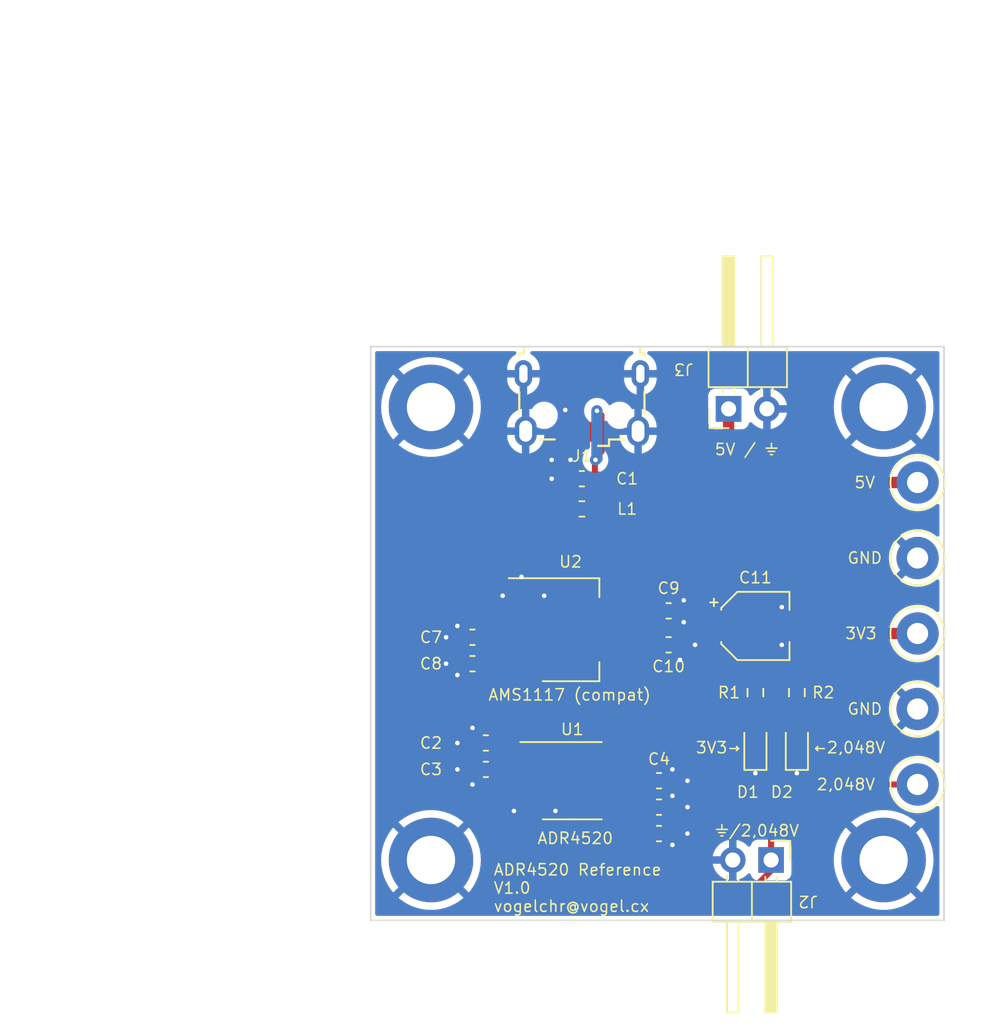
<source format=kicad_pcb>
(kicad_pcb (version 20221018) (generator pcbnew)
  (layers (0 "F.Cu" signal) (31 "B.Cu" signal) (34 "B.Paste" user) (35 "F.Paste" user) (36 "B.SilkS" user "B.Silkscreen") (37 "F.SilkS" user "F.Silkscreen") (38 "B.Mask" user) (39 "F.Mask" user) (44 "Edge.Cuts" user))
  (net 0 "")
  (net 1 "GND")
  (net 2 "VBUS")
  (net 11 "+3V3")
  (net 12 "+5V")
  (net 13 "/2V048")
  (net 14 "Net-(D1-A)")
  (net 15 "Net-(D2-A)")
  (footprint "Connector_PinHeader_2.54mm:PinHeader_1x02_P2.54mm_Horizontal" (layer "F.Cu") (at 77.54 85 -90)
    (fp_text reference "J2" (at 2.75 -2.46 -180 unlocked) (layer "F.SilkS") (effects (font (size 0.75 0.75) (thickness 0.1))))
    (fp_text value "Conn_01x02_Pin")
    (fp_line (start -1.27 -1.27) (end 0 -1.27) (stroke (width 0.12)) (layer "F.SilkS"))
    (fp_line (start -1.27 0) (end -1.27 -1.27) (stroke (width 0.12)) (layer "F.SilkS"))
    (fp_line (start 1.042929 2.16) (end 1.44 2.16) (stroke (width 0.12)) (layer "F.SilkS"))
    (fp_line (start 1.042929 2.92) (end 1.44 2.92) (stroke (width 0.12)) (layer "F.SilkS"))
    (fp_line (start 1.11 -0.38) (end 1.44 -0.38) (stroke (width 0.12)) (layer "F.SilkS"))
    (fp_line (start 1.11 0.38) (end 1.44 0.38) (stroke (width 0.12)) (layer "F.SilkS"))
    (fp_line (start 1.44 -1.33) (end 1.44 3.87) (stroke (width 0.12)) (layer "F.SilkS"))
    (fp_line (start 1.44 1.27) (end 4.1 1.27) (stroke (width 0.12)) (layer "F.SilkS"))
    (fp_line (start 1.44 3.87) (end 4.1 3.87) (stroke (width 0.12)) (layer "F.SilkS"))
    (fp_line (start 4.1 -1.33) (end 1.44 -1.33) (stroke (width 0.12)) (layer "F.SilkS"))
    (fp_line (start 4.1 -0.38) (end 10.1 -0.38) (stroke (width 0.12)) (layer "F.SilkS"))
    (fp_line (start 4.1 -0.32) (end 10.1 -0.32) (stroke (width 0.12)) (layer "F.SilkS"))
    (fp_line (start 4.1 -0.2) (end 10.1 -0.2) (stroke (width 0.12)) (layer "F.SilkS"))
    (fp_line (start 4.1 -0.08) (end 10.1 -0.08) (stroke (width 0.12)) (layer "F.SilkS"))
    (fp_line (start 4.1 0.04) (end 10.1 0.04) (stroke (width 0.12)) (layer "F.SilkS"))
    (fp_line (start 4.1 0.16) (end 10.1 0.16) (stroke (width 0.12)) (layer "F.SilkS"))
    (fp_line (start 4.1 0.28) (end 10.1 0.28) (stroke (width 0.12)) (layer "F.SilkS"))
    (fp_line (start 4.1 2.16) (end 10.1 2.16) (stroke (width 0.12)) (layer "F.SilkS"))
    (fp_line (start 4.1 3.87) (end 4.1 -1.33) (stroke (width 0.12)) (layer "F.SilkS"))
    (fp_line (start 10.1 -0.38) (end 10.1 0.38) (stroke (width 0.12)) (layer "F.SilkS"))
    (fp_line (start 10.1 0.38) (end 4.1 0.38) (stroke (width 0.12)) (layer "F.SilkS"))
    (fp_line (start 10.1 2.16) (end 10.1 2.92) (stroke (width 0.12)) (layer "F.SilkS"))
    (fp_line (start 10.1 2.92) (end 4.1 2.92) (stroke (width 0.12)) (layer "F.SilkS"))
    (pad "1" thru_hole rect (at 0 0 270) (size 1.7 1.7) (drill 1) (layers "*.Cu" "*.Mask") (net 13 "/2V048"))
    (pad "2" thru_hole oval (at 0 2.54 270) (size 1.7 1.7) (drill 1) (layers "*.Cu" "*.Mask") (net 1 "GND"))
  )
  (footprint "Connector_PinHeader_2.54mm:PinHeader_1x02_P2.54mm_Horizontal" (layer "F.Cu") (at 74.725 55.125 90)
    (fp_text reference "J3" (at 2.625 -2.975 180 unlocked) (layer "F.SilkS") (effects (font (size 0.75 0.75) (thickness 0.1))))
    (fp_text value "Conn_01x02_Pin")
    (fp_line (start -1.27 -1.27) (end 0 -1.27) (stroke (width 0.12)) (layer "F.SilkS"))
    (fp_line (start -1.27 0) (end -1.27 -1.27) (stroke (width 0.12)) (layer "F.SilkS"))
    (fp_line (start 1.042929 2.16) (end 1.44 2.16) (stroke (width 0.12)) (layer "F.SilkS"))
    (fp_line (start 1.042929 2.92) (end 1.44 2.92) (stroke (width 0.12)) (layer "F.SilkS"))
    (fp_line (start 1.11 -0.38) (end 1.44 -0.38) (stroke (width 0.12)) (layer "F.SilkS"))
    (fp_line (start 1.11 0.38) (end 1.44 0.38) (stroke (width 0.12)) (layer "F.SilkS"))
    (fp_line (start 1.44 -1.33) (end 1.44 3.87) (stroke (width 0.12)) (layer "F.SilkS"))
    (fp_line (start 1.44 1.27) (end 4.1 1.27) (stroke (width 0.12)) (layer "F.SilkS"))
    (fp_line (start 1.44 3.87) (end 4.1 3.87) (stroke (width 0.12)) (layer "F.SilkS"))
    (fp_line (start 4.1 -1.33) (end 1.44 -1.33) (stroke (width 0.12)) (layer "F.SilkS"))
    (fp_line (start 4.1 -0.38) (end 10.1 -0.38) (stroke (width 0.12)) (layer "F.SilkS"))
    (fp_line (start 4.1 -0.32) (end 10.1 -0.32) (stroke (width 0.12)) (layer "F.SilkS"))
    (fp_line (start 4.1 -0.2) (end 10.1 -0.2) (stroke (width 0.12)) (layer "F.SilkS"))
    (fp_line (start 4.1 -0.08) (end 10.1 -0.08) (stroke (width 0.12)) (layer "F.SilkS"))
    (fp_line (start 4.1 0.04) (end 10.1 0.04) (stroke (width 0.12)) (layer "F.SilkS"))
    (fp_line (start 4.1 0.16) (end 10.1 0.16) (stroke (width 0.12)) (layer "F.SilkS"))
    (fp_line (start 4.1 0.28) (end 10.1 0.28) (stroke (width 0.12)) (layer "F.SilkS"))
    (fp_line (start 4.1 2.16) (end 10.1 2.16) (stroke (width 0.12)) (layer "F.SilkS"))
    (fp_line (start 4.1 3.87) (end 4.1 -1.33) (stroke (width 0.12)) (layer "F.SilkS"))
    (fp_line (start 10.1 -0.38) (end 10.1 0.38) (stroke (width 0.12)) (layer "F.SilkS"))
    (fp_line (start 10.1 0.38) (end 4.1 0.38) (stroke (width 0.12)) (layer "F.SilkS"))
    (fp_line (start 10.1 2.16) (end 10.1 2.92) (stroke (width 0.12)) (layer "F.SilkS"))
    (fp_line (start 10.1 2.92) (end 4.1 2.92) (stroke (width 0.12)) (layer "F.SilkS"))
    (pad "1" thru_hole rect (at 0 0 90) (size 1.7 1.7) (drill 1) (layers "*.Cu" "*.Mask") (net 2 "VBUS"))
    (pad "2" thru_hole oval (at 0 2.54 90) (size 1.7 1.7) (drill 1) (layers "*.Cu" "*.Mask") (net 1 "GND"))
  )
  (footprint "MountingHole:MountingHole_3.2mm_M3_DIN965_Pad" (layer "F.Cu") (at 55 85)
    (fp_text reference "H3" hide)
    (fp_text value "MountingHole_Pad")
    (pad "1" thru_hole circle (at 0 0) (size 5.6 5.6) (drill 3.2) (layers "*.Cu" "*.Mask") (net 1 "GND"))
  )
  (footprint "Capacitor_SMD:C_0603_1608Metric_Pad1.08x0.95mm_HandSolder" (layer "F.Cu") (at 57.75 72)
    (fp_text reference "C8" (at -2.75 0 unlocked) (layer "F.SilkS") (effects (font (size 0.75 0.75) (thickness 0.1))))
    (fp_text value "100n")
    (fp_line (start -0.146267 -0.51) (end 0.146267 -0.51) (stroke (width 0.12)) (layer "F.SilkS"))
    (fp_line (start -0.146267 0.51) (end 0.146267 0.51) (stroke (width 0.12)) (layer "F.SilkS"))
    (pad "1" smd roundrect (at -0.8625 0) (size 1.075 0.95) (layers "F.Cu" "F.Paste" "F.Mask") (net 1 "GND"))
    (pad "2" smd roundrect (at 0.8625 0) (size 1.075 0.95) (layers "F.Cu" "F.Paste" "F.Mask") (net 12 "+5V"))
  )
  (footprint "Capacitor_SMD:C_0603_1608Metric_Pad1.08x0.95mm_HandSolder" (layer "F.Cu") (at 58.6375 77.25)
    (fp_text reference "C2" (at -3.6375 0 unlocked) (layer "F.SilkS") (effects (font (size 0.75 0.75) (thickness 0.1))))
    (fp_text value "1u")
    (fp_line (start -0.146267 -0.51) (end 0.146267 -0.51) (stroke (width 0.12)) (layer "F.SilkS"))
    (fp_line (start -0.146267 0.51) (end 0.146267 0.51) (stroke (width 0.12)) (layer "F.SilkS"))
    (pad "1" smd roundrect (at -0.8625 0) (size 1.075 0.95) (layers "F.Cu" "F.Paste" "F.Mask") (net 1 "GND"))
    (pad "2" smd roundrect (at 0.8625 0) (size 1.075 0.95) (layers "F.Cu" "F.Paste" "F.Mask") (net 11 "+3V3"))
  )
  (footprint "Capacitor_SMD:C_0603_1608Metric_Pad1.08x0.95mm_HandSolder" (layer "F.Cu") (at 70.75 70.75 180)
    (fp_text reference "C10" (at 0 -1.43 unlocked) (layer "F.SilkS") (effects (font (size 0.75 0.75) (thickness 0.1))))
    (fp_text value "100n")
    (fp_line (start -0.146267 -0.51) (end 0.146267 -0.51) (stroke (width 0.12)) (layer "F.SilkS"))
    (fp_line (start -0.146267 0.51) (end 0.146267 0.51) (stroke (width 0.12)) (layer "F.SilkS"))
    (pad "1" smd roundrect (at -0.8625 0 180) (size 1.075 0.95) (layers "F.Cu" "F.Paste" "F.Mask") (net 1 "GND"))
    (pad "2" smd roundrect (at 0.8625 0 180) (size 1.075 0.95) (layers "F.Cu" "F.Paste" "F.Mask") (net 11 "+3V3"))
  )
  (footprint "TestPoint:TestPoint_Loop_D3.50mm_Drill1.4mm_Beaded" (layer "F.Cu") (at 87.25 60)
    (fp_text reference "TP3" hide)
    (fp_text value "5V" (at -3.5 0 unlocked) (layer "F.SilkS") (effects (font (size 0.75 0.75) (thickness 0.1))))
    (fp_circle (center 0 0) (end 1.8 0) (stroke (width 0.12)) (fill none) (layer "F.SilkS"))
    (pad "1" thru_hole circle (at 0 0) (size 2.8 2.8) (drill 1.4) (layers "*.Cu" "*.Mask") (net 2 "VBUS"))
  )
  (footprint "TestPoint:TestPoint_Loop_D3.50mm_Drill1.4mm_Beaded" (layer "F.Cu") (at 87.25 70)
    (fp_text reference "TP5" hide)
    (fp_text value "3V3" (at -3.75 0 unlocked) (layer "F.SilkS") (effects (font (size 0.75 0.75) (thickness 0.1))))
    (fp_circle (center 0 0) (end 1.8 0) (stroke (width 0.12)) (fill none) (layer "F.SilkS"))
    (pad "1" thru_hole circle (at 0 0) (size 2.8 2.8) (drill 1.4) (layers "*.Cu" "*.Mask") (net 11 "+3V3"))
  )
  (footprint "Capacitor_SMD:C_0603_1608Metric_Pad1.08x0.95mm_HandSolder" (layer "F.Cu") (at 70.75 68.5 180)
    (fp_text reference "C9" (at 0 1.5 unlocked) (layer "F.SilkS") (effects (font (size 0.75 0.75) (thickness 0.1))))
    (fp_text value "1u")
    (fp_line (start -0.146267 -0.51) (end 0.146267 -0.51) (stroke (width 0.12)) (layer "F.SilkS"))
    (fp_line (start -0.146267 0.51) (end 0.146267 0.51) (stroke (width 0.12)) (layer "F.SilkS"))
    (pad "1" smd roundrect (at -0.8625 0 180) (size 1.075 0.95) (layers "F.Cu" "F.Paste" "F.Mask") (net 1 "GND"))
    (pad "2" smd roundrect (at 0.8625 0 180) (size 1.075 0.95) (layers "F.Cu" "F.Paste" "F.Mask") (net 11 "+3V3"))
  )
  (footprint "Inductor_SMD:L_0603_1608Metric_Pad1.05x0.95mm_HandSolder" (layer "F.Cu") (at 65 61.75 180)
    (fp_text reference "L1" (at -3 0 unlocked) (layer "F.SilkS") (effects (font (size 0.75 0.75) (thickness 0.1))))
    (fp_text value "FB 600R")
    (fp_line (start -0.171267 -0.51) (end 0.171267 -0.51) (stroke (width 0.12)) (layer "F.SilkS"))
    (fp_line (start -0.171267 0.51) (end 0.171267 0.51) (stroke (width 0.12)) (layer "F.SilkS"))
    (pad "1" smd roundrect (at -0.875 0 180) (size 1.05 0.95) (layers "F.Cu" "F.Paste" "F.Mask") (net 2 "VBUS"))
    (pad "2" smd roundrect (at 0.875 0 180) (size 1.05 0.95) (layers "F.Cu" "F.Paste" "F.Mask") (net 12 "+5V"))
  )
  (footprint "Resistor_SMD:R_0603_1608Metric_Pad0.98x0.95mm_HandSolder" (layer "F.Cu") (at 76.5 73.9125 -90)
    (fp_text reference "R1" (at 0 1.75 unlocked) (layer "F.SilkS") (effects (font (size 0.75 0.75) (thickness 0.1))))
    (fp_text value "1k")
    (fp_line (start -0.254724 -0.5225) (end 0.254724 -0.5225) (stroke (width 0.12)) (layer "F.SilkS"))
    (fp_line (start -0.254724 0.5225) (end 0.254724 0.5225) (stroke (width 0.12)) (layer "F.SilkS"))
    (pad "1" smd roundrect (at -0.9125 0 270) (size 0.975 0.95) (layers "F.Cu" "F.Paste" "F.Mask") (net 11 "+3V3"))
    (pad "2" smd roundrect (at 0.9125 0 270) (size 0.975 0.95) (layers "F.Cu" "F.Paste" "F.Mask") (net 14 "Net-(D1-A)"))
  )
  (footprint "Capacitor_SMD:C_0603_1608Metric_Pad1.08x0.95mm_HandSolder" (layer "F.Cu") (at 70.1125 83.25)
    (fp_text reference "C6" hide)
    (fp_text value "1u")
    (fp_line (start -0.146267 -0.51) (end 0.146267 -0.51) (stroke (width 0.12)) (layer "F.SilkS"))
    (fp_line (start -0.146267 0.51) (end 0.146267 0.51) (stroke (width 0.12)) (layer "F.SilkS"))
    (pad "1" smd roundrect (at -0.8625 0) (size 1.075 0.95) (layers "F.Cu" "F.Paste" "F.Mask") (net 13 "/2V048"))
    (pad "2" smd roundrect (at 0.8625 0) (size 1.075 0.95) (layers "F.Cu" "F.Paste" "F.Mask") (net 1 "GND"))
  )
  (footprint "Capacitor_SMD:C_0603_1608Metric_Pad1.08x0.95mm_HandSolder" (layer "F.Cu") (at 58.6375 79)
    (fp_text reference "C3" (at -3.6375 0 unlocked) (layer "F.SilkS") (effects (font (size 0.75 0.75) (thickness 0.1))))
    (fp_text value "100n")
    (fp_line (start -0.146267 -0.51) (end 0.146267 -0.51) (stroke (width 0.12)) (layer "F.SilkS"))
    (fp_line (start -0.146267 0.51) (end 0.146267 0.51) (stroke (width 0.12)) (layer "F.SilkS"))
    (pad "1" smd roundrect (at -0.8625 0) (size 1.075 0.95) (layers "F.Cu" "F.Paste" "F.Mask") (net 1 "GND"))
    (pad "2" smd roundrect (at 0.8625 0) (size 1.075 0.95) (layers "F.Cu" "F.Paste" "F.Mask") (net 11 "+3V3"))
  )
  (footprint "Package_SO:SOIC-8_3.9x4.9mm_P1.27mm" (layer "F.Cu") (at 64.3625 79.75)
    (fp_text reference "U1" (at 0 -3.4 unlocked) (layer "F.SilkS") (effects (font (size 0.75 0.75) (thickness 0.1))))
    (fp_text value "ADR4520")
    (fp_line (start 0 -2.56) (end -3.45 -2.56) (stroke (width 0.12)) (layer "F.SilkS"))
    (fp_line (start 0 -2.56) (end 1.95 -2.56) (stroke (width 0.12)) (layer "F.SilkS"))
    (fp_line (start 0 2.56) (end -1.95 2.56) (stroke (width 0.12)) (layer "F.SilkS"))
    (fp_line (start 0 2.56) (end 1.95 2.56) (stroke (width 0.12)) (layer "F.SilkS"))
    (pad "1" smd roundrect (at -2.475 -1.905) (size 1.95 0.6) (layers "F.Cu" "F.Paste" "F.Mask"))
    (pad "2" smd roundrect (at -2.475 -0.635) (size 1.95 0.6) (layers "F.Cu" "F.Paste" "F.Mask") (net 11 "+3V3"))
    (pad "3" smd roundrect (at -2.475 0.635) (size 1.95 0.6) (layers "F.Cu" "F.Paste" "F.Mask"))
    (pad "4" smd roundrect (at -2.475 1.905) (size 1.95 0.6) (layers "F.Cu" "F.Paste" "F.Mask") (net 1 "GND"))
    (pad "5" smd roundrect (at 2.475 1.905) (size 1.95 0.6) (layers "F.Cu" "F.Paste" "F.Mask"))
    (pad "6" smd roundrect (at 2.475 0.635) (size 1.95 0.6) (layers "F.Cu" "F.Paste" "F.Mask") (net 13 "/2V048"))
    (pad "7" smd roundrect (at 2.475 -0.635) (size 1.95 0.6) (layers "F.Cu" "F.Paste" "F.Mask"))
    (pad "8" smd roundrect (at 2.475 -1.905) (size 1.95 0.6) (layers "F.Cu" "F.Paste" "F.Mask"))
  )
  (footprint "Capacitor_SMD:C_0603_1608Metric_Pad1.08x0.95mm_HandSolder" (layer "F.Cu") (at 70.1125 81.5)
    (fp_text reference "C5" hide)
    (fp_text value "1u" hide)
    (fp_line (start -0.146267 -0.51) (end 0.146267 -0.51) (stroke (width 0.12)) (layer "F.SilkS"))
    (fp_line (start -0.146267 0.51) (end 0.146267 0.51) (stroke (width 0.12)) (layer "F.SilkS"))
    (pad "1" smd roundrect (at -0.8625 0) (size 1.075 0.95) (layers "F.Cu" "F.Paste" "F.Mask") (net 13 "/2V048"))
    (pad "2" smd roundrect (at 0.8625 0) (size 1.075 0.95) (layers "F.Cu" "F.Paste" "F.Mask") (net 1 "GND"))
  )
  (footprint "Capacitor_SMD:CP_Elec_4x5.8" (layer "F.Cu") (at 76.5 69.5)
    (fp_text reference "C11" (at 0 -3.2 unlocked) (layer "F.SilkS") (effects (font (size 0.75 0.75) (thickness 0.1))))
    (fp_text value "22µ 10V")
    (fp_line (start -3 -1.56) (end -2.5 -1.56) (stroke (width 0.12)) (layer "F.SilkS"))
    (fp_line (start -2.75 -1.81) (end -2.75 -1.31) (stroke (width 0.12)) (layer "F.SilkS"))
    (fp_line (start -2.26 -1.195563) (end -2.26 -1.06) (stroke (width 0.12)) (layer "F.SilkS"))
    (fp_line (start -2.26 -1.195563) (end -1.195563 -2.26) (stroke (width 0.12)) (layer "F.SilkS"))
    (fp_line (start -2.26 1.195563) (end -2.26 1.06) (stroke (width 0.12)) (layer "F.SilkS"))
    (fp_line (start -2.26 1.195563) (end -1.195563 2.26) (stroke (width 0.12)) (layer "F.SilkS"))
    (fp_line (start -1.195563 -2.26) (end 2.26 -2.26) (stroke (width 0.12)) (layer "F.SilkS"))
    (fp_line (start -1.195563 2.26) (end 2.26 2.26) (stroke (width 0.12)) (layer "F.SilkS"))
    (fp_line (start 2.26 -2.26) (end 2.26 -1.06) (stroke (width 0.12)) (layer "F.SilkS"))
    (fp_line (start 2.26 2.26) (end 2.26 1.06) (stroke (width 0.12)) (layer "F.SilkS"))
    (pad "1" smd roundrect (at -1.8 0) (size 2.6 1.6) (layers "F.Cu" "F.Paste" "F.Mask") (roundrect_rratio 0.15625) (net 11 "+3V3"))
    (pad "2" smd roundrect (at 1.8 0) (size 2.6 1.6) (layers "F.Cu" "F.Paste" "F.Mask") (roundrect_rratio 0.15625) (net 1 "GND"))
  )
  (footprint "MountingHole:MountingHole_3.2mm_M3_DIN965_Pad" (layer "F.Cu") (at 85 55)
    (fp_text reference "H2" hide)
    (fp_text value "MountingHole_Pad")
    (pad "1" thru_hole circle (at 0 0) (size 5.6 5.6) (drill 3.2) (layers "*.Cu" "*.Mask") (net 1 "GND"))
  )
  (footprint "Connector_USB:USB_Micro-B_Wuerth_629105150521" (layer "F.Cu") (at 65 54.75 180)
    (fp_text reference "J1" (at 0 -3.5 unlocked) (layer "F.SilkS") (effects (font (size 0.75 0.75) (thickness 0.1))))
    (fp_text value "USB_B_Micro")
    (fp_line (start -4.15 -0.65) (end -4.15 0.75) (stroke (width 0.15)) (layer "F.SilkS"))
    (fp_line (start -4.15 3.15) (end -4.15 3.3) (stroke (width 0.15)) (layer "F.SilkS"))
    (fp_line (start -4.15 3.3) (end -3.85 3.3) (stroke (width 0.15)) (layer "F.SilkS"))
    (fp_line (start -3.85 3.3) (end -3.85 3.75) (stroke (width 0.15)) (layer "F.SilkS"))
    (fp_line (start -1.8 -2.825) (end -1.8 -2.4) (stroke (width 0.15)) (layer "F.SilkS"))
    (fp_line (start -1.8 -2.4) (end -2.8 -2.4) (stroke (width 0.15)) (layer "F.SilkS"))
    (fp_line (start -1.075 -2.825) (end -1.8 -2.825) (stroke (width 0.15)) (layer "F.SilkS"))
    (fp_line (start 1.8 -2.4) (end 2.8 -2.4) (stroke (width 0.15)) (layer "F.SilkS"))
    (fp_line (start 3.85 3.3) (end 4.15 3.3) (stroke (width 0.15)) (layer "F.SilkS"))
    (fp_line (start 3.85 3.75) (end 3.85 3.3) (stroke (width 0.15)) (layer "F.SilkS"))
    (fp_line (start 4.15 0.75) (end 4.15 -0.65) (stroke (width 0.15)) (layer "F.SilkS"))
    (fp_line (start 4.15 3.3) (end 4.15 3.15) (stroke (width 0.15)) (layer "F.SilkS"))
    (pad "" np_thru_hole oval (at -2.5 -0.8 180) (size 0.8 0.8) (drill 0.8) (layers "*.Cu" "*.Mask"))
    (pad "" np_thru_hole oval (at 2.5 -0.8 180) (size 0.8 0.8) (drill 0.8) (layers "*.Cu" "*.Mask"))
    (pad "1" smd rect (at -1.3 -1.9 180) (size 0.45 1.3) (layers "F.Cu" "F.Paste" "F.Mask") (net 2 "VBUS"))
    (pad "2" smd rect (at -0.65 -1.9 180) (size 0.45 1.3) (layers "F.Cu" "F.Paste" "F.Mask"))
    (pad "3" smd rect (at 0 -1.9 180) (size 0.45 1.3) (layers "F.Cu" "F.Paste" "F.Mask"))
    (pad "4" smd rect (at 0.65 -1.9 180) (size 0.45 1.3) (layers "F.Cu" "F.Paste" "F.Mask"))
    (pad "5" smd rect (at 1.3 -1.9 180) (size 0.45 1.3) (layers "F.Cu" "F.Paste" "F.Mask") (net 1 "GND"))
    (pad "6" thru_hole oval (at -3.875 1.95 180) (size 1.15 1.8) (drill oval 0.55 1.2) (layers "*.Cu" "*.Mask") (net 1 "GND"))
    (pad "6" thru_hole oval (at -3.725 -1.85 180) (size 1.45 2) (drill oval 0.85 1.4) (layers "*.Cu" "*.Mask") (net 1 "GND"))
    (pad "6" thru_hole oval (at 3.725 -1.85 180) (size 1.45 2) (drill oval 0.85 1.4) (layers "*.Cu" "*.Mask") (net 1 "GND"))
    (pad "6" thru_hole oval (at 3.875 1.95 180) (size 1.15 1.8) (drill oval 0.55 1.2) (layers "*.Cu" "*.Mask") (net 1 "GND"))
  )
  (footprint "TestPoint:TestPoint_Loop_D3.50mm_Drill1.4mm_Beaded" (layer "F.Cu") (at 87.25 75)
    (fp_text reference "TP2" hide)
    (fp_text value "GND" (at -3.5 0 unlocked) (layer "F.SilkS") (effects (font (size 0.75 0.75) (thickness 0.1))))
    (fp_circle (center 0 0) (end 1.8 0) (stroke (width 0.12)) (fill none) (layer "F.SilkS"))
    (pad "1" thru_hole circle (at 0 0) (size 2.8 2.8) (drill 1.4) (layers "*.Cu" "*.Mask") (net 1 "GND"))
  )
  (footprint "TestPoint:TestPoint_Loop_D3.50mm_Drill1.4mm_Beaded" (layer "F.Cu") (at 87.25 80)
    (fp_text reference "TP1" hide)
    (fp_text value "2,048V" (at -4.75 0 unlocked) (layer "F.SilkS") (effects (font (size 0.75 0.75) (thickness 0.1))))
    (fp_circle (center 0 0) (end 1.8 0) (stroke (width 0.12)) (fill none) (layer "F.SilkS"))
    (pad "1" thru_hole circle (at 0 0) (size 2.8 2.8) (drill 1.4) (layers "*.Cu" "*.Mask") (net 13 "/2V048"))
  )
  (footprint "TestPoint:TestPoint_Loop_D3.50mm_Drill1.4mm_Beaded" (layer "F.Cu") (at 87.25 65)
    (fp_text reference "TP4" hide)
    (fp_text value "GND" (at -3.5 0 unlocked) (layer "F.SilkS") (effects (font (size 0.75 0.75) (thickness 0.1))))
    (fp_circle (center 0 0) (end 1.8 0) (stroke (width 0.12)) (fill none) (layer "F.SilkS"))
    (pad "1" thru_hole circle (at 0 0) (size 2.8 2.8) (drill 1.4) (layers "*.Cu" "*.Mask") (net 1 "GND"))
  )
  (footprint "Capacitor_SMD:C_0603_1608Metric_Pad1.08x0.95mm_HandSolder" (layer "F.Cu") (at 70.1125 79.75)
    (fp_text reference "C4" (at 0 -1.43 unlocked) (layer "F.SilkS") (effects (font (size 0.75 0.75) (thickness 0.1))))
    (fp_text value "100n")
    (fp_line (start -0.146267 -0.51) (end 0.146267 -0.51) (stroke (width 0.12)) (layer "F.SilkS"))
    (fp_line (start -0.146267 0.51) (end 0.146267 0.51) (stroke (width 0.12)) (layer "F.SilkS"))
    (pad "1" smd roundrect (at -0.8625 0) (size 1.075 0.95) (layers "F.Cu" "F.Paste" "F.Mask") (net 13 "/2V048"))
    (pad "2" smd roundrect (at 0.8625 0) (size 1.075 0.95) (layers "F.Cu" "F.Paste" "F.Mask") (net 1 "GND"))
  )
  (footprint "LED_SMD:LED_0603_1608Metric_Pad1.05x0.95mm_HandSolder" (layer "F.Cu") (at 76.5 77.375 90)
    (fp_text reference "D1" (at -3.125 -0.5 unlocked) (layer "F.SilkS") (effects (font (size 0.75 0.75) (thickness 0.1))))
    (fp_text value "LED_Small")
    (fp_line (start -1.66 -0.735) (end -1.66 0.735) (stroke (width 0.12)) (layer "F.SilkS"))
    (fp_line (start -1.66 0.735) (end 0.8 0.735) (stroke (width 0.12)) (layer "F.SilkS"))
    (fp_line (start 0.8 -0.735) (end -1.66 -0.735) (stroke (width 0.12)) (layer "F.SilkS"))
    (pad "1" smd roundrect (at -0.875 0 90) (size 1.05 0.95) (layers "F.Cu" "F.Paste" "F.Mask") (net 1 "GND"))
    (pad "2" smd roundrect (at 0.875 0 90) (size 1.05 0.95) (layers "F.Cu" "F.Paste" "F.Mask") (net 14 "Net-(D1-A)"))
  )
  (footprint "Capacitor_SMD:C_0603_1608Metric_Pad1.08x0.95mm_HandSolder" (layer "F.Cu") (at 57.75 70.25)
    (fp_text reference "C7" (at -2.75 0 unlocked) (layer "F.SilkS") (effects (font (size 0.75 0.75) (thickness 0.1))))
    (fp_text value "1u")
    (fp_line (start -0.146267 -0.51) (end 0.146267 -0.51) (stroke (width 0.12)) (layer "F.SilkS"))
    (fp_line (start -0.146267 0.51) (end 0.146267 0.51) (stroke (width 0.12)) (layer "F.SilkS"))
    (pad "1" smd roundrect (at -0.8625 0) (size 1.075 0.95) (layers "F.Cu" "F.Paste" "F.Mask") (net 1 "GND"))
    (pad "2" smd roundrect (at 0.8625 0) (size 1.075 0.95) (layers "F.Cu" "F.Paste" "F.Mask") (net 12 "+5V"))
  )
  (footprint "Package_TO_SOT_SMD:SOT-223-3_TabPin2" (layer "F.Cu") (at 64.25 69.75)
    (fp_text reference "U2" (at 0 -4.5 unlocked) (layer "F.SilkS") (effects (font (size 0.75 0.75) (thickness 0.1))))
    (fp_text value "AMS1117-3.3")
    (fp_line (start -4.1 -3.41) (end 1.91 -3.41) (stroke (width 0.12)) (layer "F.SilkS"))
    (fp_line (start -1.85 3.41) (end 1.91 3.41) (stroke (width 0.12)) (layer "F.SilkS"))
    (fp_line (start 1.91 -3.41) (end 1.91 -2.15) (stroke (width 0.12)) (layer "F.SilkS"))
    (fp_line (start 1.91 3.41) (end 1.91 2.15) (stroke (width 0.12)) (layer "F.SilkS"))
    (pad "1" smd rect (at -3.15 -2.3) (size 2 1.5) (layers "F.Cu" "F.Paste" "F.Mask") (net 1 "GND"))
    (pad "2" smd rect (at -3.15 0) (size 2 1.5) (layers "F.Cu" "F.Paste" "F.Mask") (net 11 "+3V3"))
    (pad "2" smd rect (at 3.15 0) (size 2 3.8) (layers "F.Cu" "F.Paste" "F.Mask") (net 11 "+3V3"))
    (pad "3" smd rect (at -3.15 2.3) (size 2 1.5) (layers "F.Cu" "F.Paste" "F.Mask") (net 12 "+5V"))
  )
  (footprint "LED_SMD:LED_0603_1608Metric_Pad1.05x0.95mm_HandSolder" (layer "F.Cu") (at 79.25 77.375 90)
    (fp_text reference "D2" (at -3.125 -1 unlocked) (layer "F.SilkS") (effects (font (size 0.75 0.75) (thickness 0.1))))
    (fp_text value "LED_Small")
    (fp_line (start -1.66 -0.735) (end -1.66 0.735) (stroke (width 0.12)) (layer "F.SilkS"))
    (fp_line (start -1.66 0.735) (end 0.8 0.735) (stroke (width 0.12)) (layer "F.SilkS"))
    (fp_line (start 0.8 -0.735) (end -1.66 -0.735) (stroke (width 0.12)) (layer "F.SilkS"))
    (pad "1" smd roundrect (at -0.875 0 90) (size 1.05 0.95) (layers "F.Cu" "F.Paste" "F.Mask") (net 1 "GND"))
    (pad "2" smd roundrect (at 0.875 0 90) (size 1.05 0.95) (layers "F.Cu" "F.Paste" "F.Mask") (net 15 "Net-(D2-A)"))
  )
  (footprint "MountingHole:MountingHole_3.2mm_M3_DIN965_Pad" (layer "F.Cu") (at 55 55)
    (fp_text reference "H1" hide)
    (fp_text value "MountingHole_Pad")
    (pad "1" thru_hole circle (at 0 0) (size 5.6 5.6) (drill 3.2) (layers "*.Cu" "*.Mask") (net 1 "GND"))
  )
  (footprint "Capacitor_SMD:C_0603_1608Metric_Pad1.08x0.95mm_HandSolder" (layer "F.Cu") (at 65 59.75)
    (fp_text reference "C1" (at 3 0 unlocked) (layer "F.SilkS") (effects (font (size 0.75 0.75) (thickness 0.1))))
    (fp_text value "1u")
    (fp_line (start -0.146267 -0.51) (end 0.146267 -0.51) (stroke (width 0.12)) (layer "F.SilkS"))
    (fp_line (start -0.146267 0.51) (end 0.146267 0.51) (stroke (width 0.12)) (layer "F.SilkS"))
    (pad "1" smd roundrect (at -0.8625 0) (size 1.075 0.95) (layers "F.Cu" "F.Paste" "F.Mask") (net 1 "GND"))
    (pad "2" smd roundrect (at 0.8625 0) (size 1.075 0.95) (layers "F.Cu" "F.Paste" "F.Mask") (net 2 "VBUS"))
  )
  (footprint "MountingHole:MountingHole_3.2mm_M3_DIN965_Pad" (layer "F.Cu") (at 85 85)
    (fp_text reference "H4" hide)
    (fp_text value "MountingHole_Pad")
    (pad "1" thru_hole circle (at 0 0) (size 5.6 5.6) (drill 3.2) (layers "*.Cu" "*.Mask") (net 1 "GND"))
  )
  (footprint "Resistor_SMD:R_0603_1608Metric_Pad0.98x0.95mm_HandSolder" (layer "F.Cu") (at 79.25 73.9125 -90)
    (fp_text reference "R2" (at 0 -1.75 unlocked) (layer "F.SilkS") (effects (font (size 0.75 0.75) (thickness 0.1))))
    (fp_text value "1k")
    (fp_line (start -0.254724 -0.5225) (end 0.254724 -0.5225) (stroke (width 0.12)) (layer "F.SilkS"))
    (fp_line (start -0.254724 0.5225) (end 0.254724 0.5225) (stroke (width 0.12)) (layer "F.SilkS"))
    (pad "1" smd roundrect (at -0.9125 0 270) (size 0.975 0.95) (layers "F.Cu" "F.Paste" "F.Mask") (net 13 "/2V048"))
    (pad "2" smd roundrect (at 0.9125 0 270) (size 0.975 0.95) (layers "F.Cu" "F.Paste" "F.Mask") (net 15 "Net-(D2-A)"))
  )
  (gr_line (start 89 89) (end 51 89) (stroke (width 0.1)) (layer "Edge.Cuts"))
  (gr_line (start 51 51) (end 89 51) (stroke (width 0.1)) (layer "Edge.Cuts"))
  (gr_line (start 89 51) (end 89 89) (stroke (width 0.1)) (layer "Edge.Cuts"))
  (gr_line (start 51 89) (end 51 51) (stroke (width 0.1)) (layer "Edge.Cuts"))
  (gr_text "ADR4520" (at 62 84) (layer "F.SilkS") (effects (font (size 0.75 0.75) (thickness 0.1)) (justify left bottom)))
  (gr_text "3V3→" (at 72.5 78) (layer "F.SilkS") (effects (font (size 0.75 0.75) (thickness 0.1)) (justify left bottom)))
  (gr_text "ADR4520 Reference\nV1.0\nvogelchr@vogel.cx" (at 59.1 88.5) (layer "F.SilkS") (effects (font (size 0.75 0.75) (thickness 0.1)) (justify left bottom)))
  (gr_text "←2,048V" (at 80.25 78) (layer "F.SilkS") (effects (font (size 0.75 0.75) (thickness 0.1)) (justify left bottom)))
  (gr_text "5V / ⏚" (at 73.75 58.25) (layer "F.SilkS") (effects (font (size 0.75 0.75) (thickness 0.1)) (justify left bottom)))
  (gr_text "AMS1117 (compat)" (at 58.75 74.5) (layer "F.SilkS") (effects (font (size 0.75 0.75) (thickness 0.1)) (justify left bottom)))
  (gr_text "⏚/2,048V" (at 73.75 83.5) (layer "F.SilkS") (effects (font (size 0.75 0.75) (thickness 0.1)) (justify left bottom)))
  (segment (start 57.775 76.275) (end 57.75 76.25) (width 0.4) (layer "F.Cu") (net 1))
  (segment (start 61.1 67.45) (end 59.8 67.45) (width 0.4) (layer "F.Cu") (net 1))
  (segment (start 63.7 56.65) (end 63.7 55.4) (width 0.4) (layer "F.Cu") (net 1))
  (segment (start 70.975 79.75) (end 72 79.75) (width 0.4) (layer "F.Cu") (net 1))
  (segment (start 56.8875 72) (end 56 72) (width 0.4) (layer "F.Cu") (net 1))
  (segment (start 56.8875 70.25) (end 56.8875 69.6375) (width 0.4) (layer "F.Cu") (net 1))
  (segment (start 64.25 58.5) (end 64.25 58.35) (width 0.4) (layer "F.Cu") (net 1))
  (segment (start 60.595 81.655) (end 60.5 81.75) (width 0.4) (layer "F.Cu") (net 1))
  (segment (start 63.7 56.65) (end 63.7 57.8) (width 0.4) (layer "F.Cu") (net 1))
  (segment (start 61.1 66.35) (end 61 66.25) (width 0.4) (layer "F.Cu") (net 1))
  (segment (start 70.975 83.25) (end 70.975 83.975) (width 0.4) (layer "F.Cu") (net 1))
  (segment (start 71.6125 68.5) (end 71.6125 69.1125) (width 0.4) (layer "F.Cu") (net 1))
  (segment (start 61.1 67.45) (end 61.1 66.35) (width 0.4) (layer "F.Cu") (net 1))
  (segment (start 71.6125 68.5) (end 71.6125 67.937) (width 0.4) (layer "F.Cu") (net 1))
  (segment (start 70.975 83.25) (end 72 83.25) (width 0.4) (layer "F.Cu") (net 1))
  (segment (start 63.7 57.8) (end 63 58.5) (width 0.4) (layer "F.Cu") (net 1))
  (segment (start 57.775 77.25) (end 56.75 77.25) (width 0.4) (layer "F.Cu") (net 1))
  (segment (start 57.775 77.25) (end 57.775 76.275) (width 0.4) (layer "F.Cu") (net 1))
  (segment (start 71.6125 69.1125) (end 71.75 69.25) (width 0.4) (layer "F.Cu") (net 1))
  (segment (start 78.3 69.5) (end 78.3 68.3) (width 0.4) (layer "F.Cu") (net 1))
  (segment (start 61.8875 81.655) (end 60.595 81.655) (width 0.4) (layer "F.Cu") (net 1))
  (segment (start 56.8875 70.25) (end 56 70.25) (width 0.4) (layer "F.Cu") (net 1))
  (segment (start 78.3 68.3) (end 78.25 68.25) (width 0.4) (layer "F.Cu") (net 1))
  (segment (start 63.25 81.75) (end 63.155 81.655) (width 0.4) (layer "F.Cu") (net 1))
  (segment (start 79.25 78.25) (end 79.25 79.25) (width 0.4) (layer "F.Cu") (net 1))
  (segment (start 71.6125 67.937) (end 71.75 67.7995) (width 0.4) (layer "F.Cu") (net 1))
  (segment (start 71.6125 70.75) (end 71.6125 71.6375) (width 0.4) (layer "F.Cu") (net 1))
  (segment (start 62.45 67.45) (end 62.5 67.5) (width 0.4) (layer "F.Cu") (net 1))
  (segment (start 70.975 83.975) (end 71 84) (width 0.4) (layer "F.Cu") (net 1))
  (segment (start 63.7 55.4) (end 63.9 55.2) (width 0.4) (layer "F.Cu") (net 1))
  (segment (start 76.5 78.25) (end 76.5 79.25) (width 0.4) (layer "F.Cu") (net 1))
  (segment (start 70.975 81.5) (end 70.975 80.775) (width 0.4) (layer "F.Cu") (net 1))
  (segment (start 59.8 67.45) (end 59.75 67.5) (width 0.4) (layer "F.Cu") (net 1))
  (segment (start 70.975 80.775) (end 71 80.75) (width 0.4) (layer "F.Cu") (net 1))
  (segment (start 71.6125 70.75) (end 72.5 70.75) (width 0.4) (layer "F.Cu") (net 1))
  (segment (start 56.8875 69.6375) (end 56.75 69.5) (width 0.4) (layer "F.Cu") (net 1))
  (segment (start 56.8875 72) (end 56.8875 72.6125) (width 0.4) (layer "F.Cu") (net 1))
  (segment (start 70.975 79.75) (end 70.975 79.025) (width 0.4) (layer "F.Cu") (net 1))
  (segment (start 78.3 70.7) (end 78.25 70.75) (width 0.4) (layer "F.Cu") (net 1))
  (segment (start 57.775 79) (end 57.775 79.975) (width 0.4) (layer "F.Cu") (net 1))
  (segment (start 70.975 79.025) (end 71 79) (width 0.4) (layer "F.Cu") (net 1))
  (segment (start 78.3 69.5) (end 78.3 70.7) (width 0.4) (layer "F.Cu") (net 1))
  (segment (start 57.775 79) (end 56.75 79) (width 0.4) (layer "F.Cu") (net 1))
  (segment (start 70.975 81.5) (end 72 81.5) (width 0.4) (layer "F.Cu") (net 1))
  (segment (start 56.8875 72.6125) (end 56.75 72.75) (width 0.4) (layer "F.Cu") (net 1))
  (segment (start 71.6125 71.6375) (end 71.5 71.75) (width 0.4) (layer "F.Cu") (net 1))
  (segment (start 63 59.75) (end 64.1375 59.75) (width 0.4) (layer "F.Cu") (net 1))
  (segment (start 61.1 67.45) (end 62.45 67.45) (width 0.4) (layer "F.Cu") (net 1))
  (segment (start 57.775 79.975) (end 57.75 80) (width 0.4) (layer "F.Cu") (net 1))
  (segment (start 63.155 81.655) (end 61.8875 81.655) (width 0.4) (layer "F.Cu") (net 1))
  (segment (start 64.25 58.35) (end 63.7 57.8) (width 0.4) (layer "F.Cu") (net 1))
  (via (at 72 83.25) (size 0.7) (drill 0.3) (layers "F.Cu" "B.Cu") (net 1))
  (via (at 79.25 79.25) (size 0.7) (drill 0.3) (layers "F.Cu" "B.Cu") (net 1))
  (via (at 56.75 79) (size 0.7) (drill 0.3) (layers "F.Cu" "B.Cu") (net 1))
  (via (at 63 59.75) (size 0.7) (drill 0.3) (layers "F.Cu" "B.Cu") (net 1))
  (via (at 61 66.25) (size 0.7) (drill 0.3) (layers "F.Cu" "B.Cu") (net 1))
  (via (at 71 80.75) (size 0.7) (drill 0.3) (layers "F.Cu" "B.Cu") (net 1))
  (via (at 57.75 76.25) (size 0.7) (drill 0.3) (layers "F.Cu" "B.Cu") (net 1))
  (via (at 63.9 55.2) (size 0.7) (drill 0.3) (layers "F.Cu" "B.Cu") (net 1))
  (via (at 71.75 69.25) (size 0.7) (drill 0.3) (layers "F.Cu" "B.Cu") (net 1))
  (via (at 56.75 69.5) (size 0.7) (drill 0.3) (layers "F.Cu" "B.Cu") (net 1))
  (via (at 60.5 81.75) (size 0.7) (drill 0.3) (layers "F.Cu" "B.Cu") (net 1))
  (via (at 78.25 70.75) (size 0.7) (drill 0.3) (layers "F.Cu" "B.Cu") (net 1))
  (via (at 71 79) (size 0.7) (drill 0.3) (layers "F.Cu" "B.Cu") (net 1))
  (via (at 63 58.5) (size 0.7) (drill 0.3) (layers "F.Cu" "B.Cu") (net 1))
  (via (at 63.25 81.75) (size 0.7) (drill 0.3) (layers "F.Cu" "B.Cu") (net 1))
  (via (at 56.75 77.25) (size 0.7) (drill 0.3) (layers "F.Cu" "B.Cu") (net 1))
  (via (at 71 84) (size 0.7) (drill 0.3) (layers "F.Cu" "B.Cu") (net 1))
  (via (at 56 72) (size 0.7) (drill 0.3) (layers "F.Cu" "B.Cu") (net 1))
  (via (at 76.5 79.25) (size 0.7) (drill 0.3) (layers "F.Cu" "B.Cu") (net 1))
  (via (at 59.75 67.5) (size 0.7) (drill 0.3) (layers "F.Cu" "B.Cu") (net 1))
  (via (at 62.5 67.5) (size 0.7) (drill 0.3) (layers "F.Cu" "B.Cu") (net 1))
  (via (at 56.75 72.75) (size 0.7) (drill 0.3) (layers "F.Cu" "B.Cu") (net 1))
  (via (at 71.5 71.75) (size 0.7) (drill 0.3) (layers "F.Cu" "B.Cu") (net 1))
  (via (at 72.5 70.75) (size 0.7) (drill 0.3) (layers "F.Cu" "B.Cu") (net 1))
  (via (at 71.75 67.7995) (size 0.7) (drill 0.3) (layers "F.Cu" "B.Cu") (net 1))
  (via (at 56 70.25) (size 0.7) (drill 0.3) (layers "F.Cu" "B.Cu") (net 1))
  (via (at 72 81.5) (size 0.7) (drill 0.3) (layers "F.Cu" "B.Cu") (net 1))
  (via (at 78.25 68.25) (size 0.7) (drill 0.3) (layers "F.Cu" "B.Cu") (net 1))
  (via (at 57.75 80) (size 0.7) (drill 0.3) (layers "F.Cu" "B.Cu") (net 1))
  (via (at 64.25 58.5) (size 0.7) (drill 0.3) (layers "F.Cu" "B.Cu") (net 1))
  (via (at 72 79.75) (size 0.7) (drill 0.3) (layers "F.Cu" "B.Cu") (net 1))
  (segment (start 66.3 55.55) (end 66 55.25) (width 0.4) (layer "F.Cu") (net 2))
  (segment (start 65.875 59.7625) (end 65.8625 59.75) (width 0.75) (layer "F.Cu") (net 2))
  (segment (start 65.8625 59.75) (end 65.8625 58.3875) (width 0.4) (layer "F.Cu") (net 2))
  (segment (start 74 59.75) (end 74.725 59.025) (width 0.75) (layer "F.Cu") (net 2))
  (segment (start 65.8625 59.75) (end 74 59.75) (width 0.75) (layer "F.Cu") (net 2))
  (segment (start 66.3 57.95) (end 65.8625 58.3875) (width 0.4) (layer "F.Cu") (net 2))
  (segment (start 66.3 56.65) (end 66.3 57.95) (width 0.4) (layer "F.Cu") (net 2))
  (segment (start 66.3 56.65) (end 66.3 55.55) (width 0.4) (layer "F.Cu") (net 2))
  (segment (start 75.7 60) (end 74.725 59.025) (width 0.75) (layer "F.Cu") (net 2))
  (segment (start 65.875 61.75) (end 65.875 59.7625) (width 0.75) (layer "F.Cu") (net 2))
  (segment (start 87.25 60) (end 75.7 60) (width 0.75) (layer "F.Cu") (net 2))
  (segment (start 74.725 59.025) (end 74.725 55.125) (width 0.75) (layer "F.Cu") (net 2))
  (via (at 66 55.25) (size 0.7) (drill 0.3) (layers "F.Cu" "B.Cu") (net 2))
  (via (at 65.9 58.5) (size 0.7) (drill 0.3) (layers "F.Cu" "B.Cu") (net 2))
  (segment (start 66 58.4) (end 65.9 58.5) (width 0.75) (layer "B.Cu") (net 2))
  (segment (start 66 55.25) (end 66 58.4) (width 0.75) (layer "B.Cu") (net 2))
  (segment (start 69.8875 70.75) (end 69.8875 68.5) (width 0.75) (layer "F.Cu") (net 11))
  (segment (start 71.6 74.4) (end 73.2 72.8) (width 0.75) (layer "F.Cu") (net 11))
  (segment (start 59.5 77.25) (end 59.5 75.9) (width 0.75) (layer "F.Cu") (net 11))
  (segment (start 68.4 70.75) (end 67.4 69.75) (width 0.75) (layer "F.Cu") (net 11))
  (segment (start 73.4 73) (end 73.2 72.8) (width 0.75) (layer "F.Cu") (net 11))
  (segment (start 61 74.4) (end 71.6 74.4) (width 0.75) (layer "F.Cu") (net 11))
  (segment (start 74.7 71.3) (end 74.7 69.5) (width 0.75) (layer "F.Cu") (net 11))
  (segment (start 73.2 72.8) (end 74.7 71.3) (width 0.75) (layer "F.Cu") (net 11))
  (segment (start 75.4 66.75) (end 74.7 67.45) (width 0.75) (layer "F.Cu") (net 11))
  (segment (start 74.7 69.5) (end 74.7 67.45) (width 0.75) (layer "F.Cu") (net 11))
  (segment (start 61.8875 79.115) (end 59.615 79.115) (width 0.4) (layer "F.Cu") (net 11))
  (segment (start 74 66.75) (end 70.5 66.75) (width 0.75) (layer "F.Cu") (net 11))
  (segment (start 69.8875 67.3625) (end 69.8875 68.5) (width 0.75) (layer "F.Cu") (net 11))
  (segment (start 61.1 69.75) (end 67.4 69.75) (width 0.75) (layer "F.Cu") (net 11))
  (segment (start 85.25 70) (end 82 66.75) (width 0.75) (layer "F.Cu") (net 11))
  (segment (start 74.7 67.45) (end 74 66.75) (width 0.75) (layer "F.Cu") (net 11))
  (segment (start 76.5 73) (end 73.4 73) (width 0.75) (layer "F.Cu") (net 11))
  (segment (start 82 66.75) (end 75.4 66.75) (width 0.75) (layer "F.Cu") (net 11))
  (segment (start 59.5 75.9) (end 61 74.4) (width 0.75) (layer "F.Cu") (net 11))
  (segment (start 59.5 79) (end 59.5 77.25) (width 0.75) (layer "F.Cu") (net 11))
  (segment (start 69.8875 70.75) (end 68.4 70.75) (width 0.75) (layer "F.Cu") (net 11))
  (segment (start 87.25 70) (end 85.25 70) (width 0.75) (layer "F.Cu") (net 11))
  (segment (start 70.5 66.75) (end 69.8875 67.3625) (width 0.75) (layer "F.Cu") (net 11))
  (segment (start 64.125 61.75) (end 59.75 61.75) (width 0.75) (layer "F.Cu") (net 12))
  (segment (start 59.75 61.75) (end 58.6125 62.8875) (width 0.75) (layer "F.Cu") (net 12))
  (segment (start 58.6125 70.25) (end 58.6125 72) (width 0.75) (layer "F.Cu") (net 12))
  (segment (start 58.6625 72.05) (end 58.6125 72) (width 0.75) (layer "F.Cu") (net 12))
  (segment (start 61.1 72.05) (end 58.6625 72.05) (width 0.75) (layer "F.Cu") (net 12))
  (segment (start 58.6125 62.8875) (end 58.6125 70.25) (width 0.75) (layer "F.Cu") (net 12))
  (segment (start 76.5 86.75) (end 70 86.75) (width 0.4) (layer "F.Cu") (net 13))
  (segment (start 78 73.25) (end 78 80.75) (width 0.2) (layer "F.Cu") (net 13))
  (segment (start 69.25 83.25) (end 69.25 86) (width 0.4) (layer "F.Cu") (net 13))
  (segment (start 78.25 73) (end 78 73.25) (width 0.2) (layer "F.Cu") (net 13))
  (segment (start 78.75 80) (end 87.25 80) (width 0.4) (layer "F.Cu") (net 13))
  (segment (start 68.5 79.75) (end 69.25 79.75) (width 0.4) (layer "F.Cu") (net 13))
  (segment (start 66.8375 80.385) (end 67.865 80.385) (width 0.4) (layer "F.Cu") (net 13))
  (segment (start 69.25 86) (end 70 86.75) (width 0.4) (layer "F.Cu") (net 13))
  (segment (start 67.865 80.385) (end 68.5 79.75) (width 0.4) (layer "F.Cu") (net 13))
  (segment (start 69.25 79.75) (end 69.25 81.5) (width 0.4) (layer "F.Cu") (net 13))
  (segment (start 77.54 85) (end 77.54 85.71) (width 0.4) (layer "F.Cu") (net 13))
  (segment (start 69.25 81.5) (end 69.25 83.25) (width 0.4) (layer "F.Cu") (net 13))
  (segment (start 77.54 85.71) (end 76.5 86.75) (width 0.4) (layer "F.Cu") (net 13))
  (segment (start 77.54 81.21) (end 78 80.75) (width 0.4) (layer "F.Cu") (net 13))
  (segment (start 79.25 73) (end 78.25 73) (width 0.2) (layer "F.Cu") (net 13))
  (segment (start 78 80.75) (end 78.75 80) (width 0.4) (layer "F.Cu") (net 13))
  (segment (start 77.54 85) (end 77.54 81.21) (width 0.4) (layer "F.Cu") (net 13))
  (segment (start 76.5 74.825) (end 76.5 76.5) (width 0.2) (layer "F.Cu") (net 14))
  (segment (start 79.25 74.825) (end 79.25 76.5) (width 0.2) (layer "F.Cu") (net 15))
  (zone (net 1) (net_name "GND") (layer "B.Cu") (connect_pads (clearance 0.5)) (min_thickness 0.25) (fill yes (thermal_gap 0.5) (thermal_bridge_width 0.5))
    (polygon (pts (xy 50 50) (xy 90 50) (xy 90 90) (xy 50 90)))
  )
)
</source>
